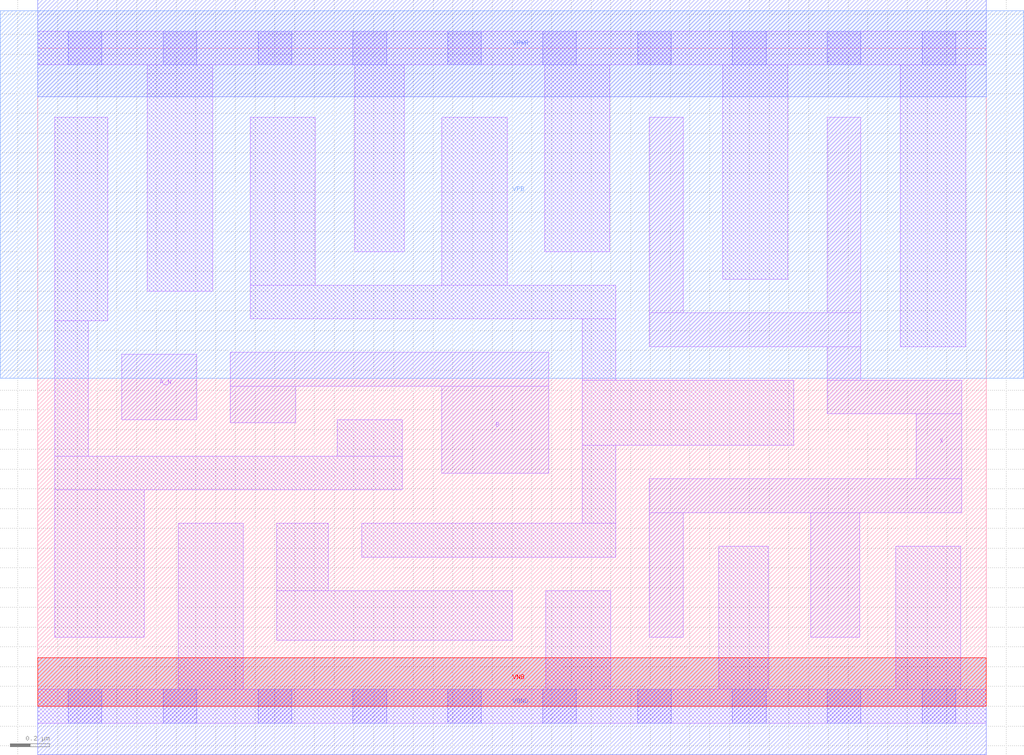
<source format=lef>
# Copyright 2020 The SkyWater PDK Authors
#
# Licensed under the Apache License, Version 2.0 (the "License");
# you may not use this file except in compliance with the License.
# You may obtain a copy of the License at
#
#     https://www.apache.org/licenses/LICENSE-2.0
#
# Unless required by applicable law or agreed to in writing, software
# distributed under the License is distributed on an "AS IS" BASIS,
# WITHOUT WARRANTIES OR CONDITIONS OF ANY KIND, either express or implied.
# See the License for the specific language governing permissions and
# limitations under the License.
#
# SPDX-License-Identifier: Apache-2.0

VERSION 5.7 ;
  NOWIREEXTENSIONATPIN ON ;
  DIVIDERCHAR "/" ;
  BUSBITCHARS "[]" ;
MACRO sky130_fd_sc_hs__and2b_4
  CLASS CORE ;
  FOREIGN sky130_fd_sc_hs__and2b_4 ;
  ORIGIN  0.000000  0.000000 ;
  SIZE  4.800000 BY  3.330000 ;
  SYMMETRY X Y ;
  SITE unit ;
  PIN A_N
    ANTENNAGATEAREA  0.246000 ;
    DIRECTION INPUT ;
    USE SIGNAL ;
    PORT
      LAYER li1 ;
        RECT 0.425000 1.450000 0.805000 1.780000 ;
    END
  END A_N
  PIN B
    ANTENNAGATEAREA  0.444000 ;
    DIRECTION INPUT ;
    USE SIGNAL ;
    PORT
      LAYER li1 ;
        RECT 0.975000 1.435000 1.305000 1.620000 ;
        RECT 0.975000 1.620000 2.585000 1.790000 ;
        RECT 2.045000 1.180000 2.585000 1.620000 ;
    END
  END B
  PIN X
    ANTENNADIFFAREA  1.093800 ;
    DIRECTION OUTPUT ;
    USE SIGNAL ;
    PORT
      LAYER li1 ;
        RECT 3.095000 0.350000 3.265000 0.980000 ;
        RECT 3.095000 0.980000 4.675000 1.150000 ;
        RECT 3.095000 1.820000 4.165000 1.990000 ;
        RECT 3.095000 1.990000 3.265000 2.980000 ;
        RECT 3.910000 0.350000 4.160000 0.980000 ;
        RECT 3.995000 1.480000 4.675000 1.650000 ;
        RECT 3.995000 1.650000 4.165000 1.820000 ;
        RECT 3.995000 1.990000 4.165000 2.980000 ;
        RECT 4.445000 1.150000 4.675000 1.480000 ;
    END
  END X
  PIN VGND
    DIRECTION INOUT ;
    USE GROUND ;
    PORT
      LAYER met1 ;
        RECT 0.000000 -0.245000 4.800000 0.245000 ;
    END
  END VGND
  PIN VNB
    DIRECTION INOUT ;
    USE GROUND ;
    PORT
      LAYER pwell ;
        RECT 0.000000 0.000000 4.800000 0.245000 ;
    END
  END VNB
  PIN VPB
    DIRECTION INOUT ;
    USE POWER ;
    PORT
      LAYER nwell ;
        RECT -0.190000 1.660000 4.990000 3.520000 ;
    END
  END VPB
  PIN VPWR
    DIRECTION INOUT ;
    USE POWER ;
    PORT
      LAYER met1 ;
        RECT 0.000000 3.085000 4.800000 3.575000 ;
    END
  END VPWR
  OBS
    LAYER li1 ;
      RECT 0.000000 -0.085000 4.800000 0.085000 ;
      RECT 0.000000  3.245000 4.800000 3.415000 ;
      RECT 0.085000  0.350000 0.540000 1.095000 ;
      RECT 0.085000  1.095000 1.845000 1.265000 ;
      RECT 0.085000  1.265000 0.255000 1.950000 ;
      RECT 0.085000  1.950000 0.355000 2.980000 ;
      RECT 0.555000  2.100000 0.885000 3.245000 ;
      RECT 0.710000  0.085000 1.040000 0.925000 ;
      RECT 1.075000  1.960000 2.925000 2.130000 ;
      RECT 1.075000  2.130000 1.405000 2.980000 ;
      RECT 1.210000  0.335000 2.400000 0.585000 ;
      RECT 1.210000  0.585000 1.470000 0.925000 ;
      RECT 1.515000  1.265000 1.845000 1.450000 ;
      RECT 1.605000  2.300000 1.855000 3.245000 ;
      RECT 1.640000  0.755000 2.925000 0.925000 ;
      RECT 2.045000  2.130000 2.375000 2.980000 ;
      RECT 2.565000  2.300000 2.895000 3.245000 ;
      RECT 2.570000  0.085000 2.900000 0.585000 ;
      RECT 2.755000  0.925000 2.925000 1.320000 ;
      RECT 2.755000  1.320000 3.825000 1.650000 ;
      RECT 2.755000  1.650000 2.925000 1.960000 ;
      RECT 3.445000  0.085000 3.695000 0.810000 ;
      RECT 3.465000  2.160000 3.795000 3.245000 ;
      RECT 4.340000  0.085000 4.670000 0.810000 ;
      RECT 4.365000  1.820000 4.695000 3.245000 ;
    LAYER mcon ;
      RECT 0.155000 -0.085000 0.325000 0.085000 ;
      RECT 0.155000  3.245000 0.325000 3.415000 ;
      RECT 0.635000 -0.085000 0.805000 0.085000 ;
      RECT 0.635000  3.245000 0.805000 3.415000 ;
      RECT 1.115000 -0.085000 1.285000 0.085000 ;
      RECT 1.115000  3.245000 1.285000 3.415000 ;
      RECT 1.595000 -0.085000 1.765000 0.085000 ;
      RECT 1.595000  3.245000 1.765000 3.415000 ;
      RECT 2.075000 -0.085000 2.245000 0.085000 ;
      RECT 2.075000  3.245000 2.245000 3.415000 ;
      RECT 2.555000 -0.085000 2.725000 0.085000 ;
      RECT 2.555000  3.245000 2.725000 3.415000 ;
      RECT 3.035000 -0.085000 3.205000 0.085000 ;
      RECT 3.035000  3.245000 3.205000 3.415000 ;
      RECT 3.515000 -0.085000 3.685000 0.085000 ;
      RECT 3.515000  3.245000 3.685000 3.415000 ;
      RECT 3.995000 -0.085000 4.165000 0.085000 ;
      RECT 3.995000  3.245000 4.165000 3.415000 ;
      RECT 4.475000 -0.085000 4.645000 0.085000 ;
      RECT 4.475000  3.245000 4.645000 3.415000 ;
  END
END sky130_fd_sc_hs__and2b_4
END LIBRARY

</source>
